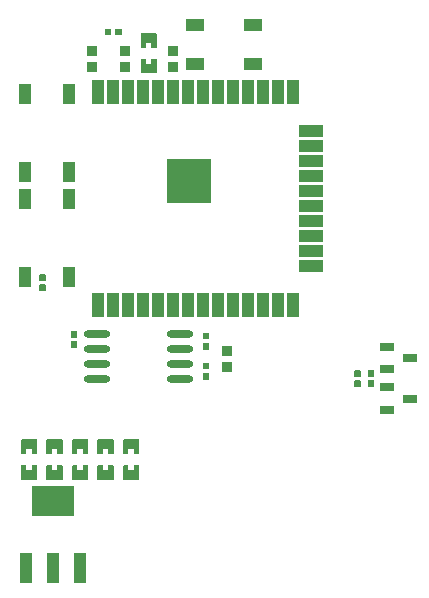
<source format=gbp>
G04 Layer: BottomPasteMaskLayer*
G04 EasyEDA v6.5.46, 2025-09-16 11:21:37*
G04 d57bd40a603b42be9e37e0d49851eb9c,10*
G04 Gerber Generator version 0.2*
G04 Scale: 100 percent, Rotated: No, Reflected: No *
G04 Dimensions in inches *
G04 leading zeros omitted , absolute positions ,3 integer and 6 decimal *
%FSLAX36Y36*%
%MOIN*%

%AMMACRO1*21,1,$1,$2,0,0,$3*%
%ADD10MACRO1,0.0669X0.0394X-90.0000*%
%ADD11MACRO1,0.0315X0.0354X-90.0000*%
%ADD12MACRO1,0.0315X0.0354X90.0000*%
%ADD13MACRO1,0.0669X0.0394X90.0000*%
%ADD14MACRO1,0.0492X0.0276X0.0000*%
%ADD15MACRO1,0.0374X0.0827X0.0000*%
%ADD16MACRO1,0.0827X0.0374X0.0000*%
%ADD17MACRO1,0.1496X0.1496X0.0000*%
%ADD18O,0.088583X0.024803000000000002*%
%ADD19MACRO1,0.059X0.0393X0.0000*%
%ADD20MACRO1,0.0591X0.0393X0.0000*%
%ADD21MACRO1,0.0386X0.0972X0.0000*%
%ADD22MACRO1,0.1417X0.0972X0.0000*%
%ADD23C,0.0144*%

%LPD*%
G36*
X334060Y-1547720D02*
G01*
X334060Y-1565440D01*
X316340Y-1565440D01*
X316340Y-1548100D01*
X299800Y-1547920D01*
X297840Y-1549880D01*
X297840Y-1595160D01*
X299800Y-1597120D01*
X350200Y-1597120D01*
X352160Y-1595160D01*
X352160Y-1549880D01*
X350200Y-1547920D01*
G37*
G36*
X299800Y-1462880D02*
G01*
X297840Y-1464840D01*
X297840Y-1510120D01*
X299800Y-1512080D01*
X315940Y-1512280D01*
X315940Y-1494560D01*
X333660Y-1494560D01*
X333660Y-1511900D01*
X350200Y-1512080D01*
X352160Y-1510120D01*
X352160Y-1464840D01*
X350200Y-1462880D01*
G37*
G36*
X419060Y-1547720D02*
G01*
X419060Y-1565440D01*
X401340Y-1565440D01*
X401340Y-1548100D01*
X384799Y-1547920D01*
X382840Y-1549880D01*
X382840Y-1595160D01*
X384799Y-1597120D01*
X435200Y-1597120D01*
X437160Y-1595160D01*
X437160Y-1549880D01*
X435200Y-1547920D01*
G37*
G36*
X384799Y-1462880D02*
G01*
X382840Y-1464840D01*
X382840Y-1510120D01*
X384799Y-1512080D01*
X400940Y-1512280D01*
X400940Y-1494560D01*
X418660Y-1494560D01*
X418660Y-1511900D01*
X435200Y-1512080D01*
X437160Y-1510120D01*
X437160Y-1464840D01*
X435200Y-1462880D01*
G37*
G36*
X164060Y-1547720D02*
G01*
X164060Y-1565440D01*
X146340Y-1565440D01*
X146340Y-1548100D01*
X129800Y-1547920D01*
X127840Y-1549880D01*
X127840Y-1595160D01*
X129800Y-1597120D01*
X180200Y-1597120D01*
X182160Y-1595160D01*
X182160Y-1549880D01*
X180200Y-1547920D01*
G37*
G36*
X129800Y-1462880D02*
G01*
X127840Y-1464840D01*
X127840Y-1510120D01*
X129800Y-1512080D01*
X145940Y-1512280D01*
X145940Y-1494560D01*
X163660Y-1494560D01*
X163660Y-1511900D01*
X180200Y-1512080D01*
X182160Y-1510120D01*
X182160Y-1464840D01*
X180200Y-1462880D01*
G37*
G36*
X249060Y-1547720D02*
G01*
X249060Y-1565440D01*
X231340Y-1565440D01*
X231340Y-1548100D01*
X214800Y-1547920D01*
X212840Y-1549880D01*
X212840Y-1595160D01*
X214800Y-1597120D01*
X265200Y-1597120D01*
X267160Y-1595160D01*
X267160Y-1549880D01*
X265200Y-1547920D01*
G37*
G36*
X214800Y-1462880D02*
G01*
X212840Y-1464840D01*
X212840Y-1510120D01*
X214800Y-1512080D01*
X230940Y-1512280D01*
X230940Y-1494560D01*
X248660Y-1494560D01*
X248660Y-1511900D01*
X265200Y-1512080D01*
X267160Y-1510120D01*
X267160Y-1464840D01*
X265200Y-1462880D01*
G37*
G36*
X79060Y-1547520D02*
G01*
X79060Y-1565240D01*
X61340Y-1565240D01*
X61340Y-1547920D01*
X44800Y-1547720D01*
X42840Y-1549680D01*
X42840Y-1594960D01*
X44800Y-1596940D01*
X95200Y-1596940D01*
X97160Y-1594960D01*
X97160Y-1549680D01*
X95200Y-1547720D01*
G37*
G36*
X44800Y-1463080D02*
G01*
X42840Y-1465040D01*
X42840Y-1510320D01*
X44800Y-1512280D01*
X61340Y-1512280D01*
X61340Y-1494760D01*
X79060Y-1494760D01*
X79060Y-1512080D01*
X95200Y-1512280D01*
X97160Y-1510320D01*
X97160Y-1465040D01*
X95200Y-1463080D01*
G37*
G36*
X444020Y-109060D02*
G01*
X442040Y-111020D01*
X442040Y-156300D01*
X444020Y-158260D01*
X460160Y-158460D01*
X460160Y-140740D01*
X477879Y-140740D01*
X477879Y-158080D01*
X494400Y-158260D01*
X496380Y-156300D01*
X496380Y-111020D01*
X494400Y-109060D01*
G37*
G36*
X444020Y-193700D02*
G01*
X442040Y-195660D01*
X442040Y-240940D01*
X444020Y-242920D01*
X494400Y-242920D01*
X496380Y-240940D01*
X496380Y-195660D01*
X494400Y-193700D01*
X477879Y-193700D01*
X477879Y-211220D01*
X460160Y-211220D01*
X460160Y-193900D01*
G37*
G36*
X1200940Y-1265320D02*
G01*
X1199360Y-1266880D01*
X1199360Y-1286600D01*
X1200940Y-1288180D01*
X1219060Y-1288180D01*
X1220640Y-1286600D01*
X1220640Y-1266880D01*
X1219060Y-1265320D01*
G37*
G36*
X1200940Y-1231820D02*
G01*
X1199360Y-1233400D01*
X1199360Y-1253120D01*
X1200940Y-1254680D01*
X1219060Y-1254680D01*
X1220640Y-1253120D01*
X1220640Y-1233400D01*
X1219060Y-1231820D01*
G37*
G36*
X1155940Y-1231820D02*
G01*
X1154360Y-1233400D01*
X1154360Y-1253120D01*
X1155940Y-1254680D01*
X1174060Y-1254680D01*
X1175640Y-1253120D01*
X1175640Y-1233400D01*
X1174060Y-1231820D01*
G37*
G36*
X1155940Y-1265320D02*
G01*
X1154360Y-1266880D01*
X1154360Y-1286600D01*
X1155940Y-1288180D01*
X1174060Y-1288180D01*
X1175640Y-1286600D01*
X1175640Y-1266880D01*
X1174060Y-1265320D01*
G37*
G36*
X323400Y-94360D02*
G01*
X321820Y-95940D01*
X321820Y-114060D01*
X323400Y-115640D01*
X343100Y-115640D01*
X344680Y-114060D01*
X344680Y-95940D01*
X343100Y-94360D01*
G37*
G36*
X356880Y-94360D02*
G01*
X355319Y-95940D01*
X355319Y-114060D01*
X356880Y-115640D01*
X376599Y-115640D01*
X378180Y-114060D01*
X378180Y-95940D01*
X376599Y-94360D01*
G37*
G36*
X105940Y-911820D02*
G01*
X104360Y-913400D01*
X104360Y-933120D01*
X105940Y-934680D01*
X124060Y-934680D01*
X125640Y-933120D01*
X125640Y-913400D01*
X124060Y-911820D01*
G37*
G36*
X105940Y-945320D02*
G01*
X104360Y-946880D01*
X104360Y-966600D01*
X105940Y-968180D01*
X124060Y-968180D01*
X125640Y-966600D01*
X125640Y-946880D01*
X124060Y-945320D01*
G37*
G36*
X650939Y-1106820D02*
G01*
X649360Y-1108400D01*
X649360Y-1128120D01*
X650939Y-1129680D01*
X669060Y-1129680D01*
X670639Y-1128120D01*
X670639Y-1108400D01*
X669060Y-1106820D01*
G37*
G36*
X650939Y-1140320D02*
G01*
X649360Y-1141880D01*
X649360Y-1161600D01*
X650939Y-1163180D01*
X669060Y-1163180D01*
X670639Y-1161600D01*
X670639Y-1141880D01*
X669060Y-1140320D01*
G37*
G36*
X210940Y-1135320D02*
G01*
X209360Y-1136880D01*
X209360Y-1156600D01*
X210940Y-1158180D01*
X229060Y-1158180D01*
X230640Y-1156600D01*
X230640Y-1136880D01*
X229060Y-1135320D01*
G37*
G36*
X210940Y-1101820D02*
G01*
X209360Y-1103400D01*
X209360Y-1123100D01*
X210940Y-1124680D01*
X229060Y-1124680D01*
X230640Y-1123100D01*
X230640Y-1103400D01*
X229060Y-1101820D01*
G37*
G36*
X650939Y-1240320D02*
G01*
X649360Y-1241880D01*
X649360Y-1261600D01*
X650939Y-1263180D01*
X669060Y-1263180D01*
X670639Y-1261600D01*
X670639Y-1241880D01*
X669060Y-1240320D01*
G37*
G36*
X650939Y-1206820D02*
G01*
X649360Y-1208400D01*
X649360Y-1228120D01*
X650939Y-1229680D01*
X669060Y-1229680D01*
X670639Y-1228120D01*
X670639Y-1208400D01*
X669060Y-1206820D01*
G37*
D10*
G01*
X57159Y-660079D03*
G01*
X57156Y-919920D03*
G01*
X202843Y-660079D03*
G01*
X202842Y-919920D03*
D11*
G01*
X280000Y-222558D03*
G01*
X280000Y-167441D03*
D12*
G01*
X390000Y-167441D03*
G01*
X390000Y-222558D03*
D13*
G01*
X202840Y-569920D03*
G01*
X202843Y-310079D03*
G01*
X57156Y-569920D03*
G01*
X57157Y-310079D03*
D12*
G01*
X550000Y-167441D03*
G01*
X550000Y-222558D03*
D11*
G01*
X730000Y-1222558D03*
G01*
X730000Y-1167441D03*
D14*
G01*
X1262229Y-1229006D03*
G01*
X1262229Y-1154207D03*
G01*
X1340969Y-1191607D03*
G01*
X1262229Y-1364006D03*
G01*
X1262229Y-1289207D03*
G01*
X1340969Y-1326607D03*
D15*
G01*
X798897Y-305670D03*
G01*
X748897Y-305670D03*
G01*
X698897Y-305670D03*
G01*
X648897Y-305670D03*
G01*
X598897Y-305670D03*
G01*
X548897Y-305670D03*
G01*
X498897Y-305670D03*
G01*
X448897Y-305670D03*
G01*
X398897Y-305670D03*
G01*
X348897Y-305670D03*
G01*
X298897Y-305670D03*
D16*
G01*
X1011102Y-485005D03*
G01*
X1011102Y-435005D03*
D15*
G01*
X948897Y-305670D03*
G01*
X898897Y-305670D03*
G01*
X848897Y-305670D03*
D16*
G01*
X1011102Y-535005D03*
G01*
X1011102Y-585005D03*
G01*
X1011102Y-635005D03*
G01*
X1011102Y-685005D03*
G01*
X1011102Y-735005D03*
G01*
X1011102Y-785005D03*
G01*
X1011102Y-835005D03*
G01*
X1011102Y-885005D03*
D15*
G01*
X948897Y-1014329D03*
G01*
X898897Y-1014329D03*
G01*
X848897Y-1014329D03*
G01*
X798897Y-1014329D03*
G01*
X748897Y-1014329D03*
G01*
X698897Y-1014329D03*
G01*
X648897Y-1014329D03*
G01*
X598897Y-1014329D03*
G01*
X548897Y-1014329D03*
G01*
X498897Y-1014329D03*
G01*
X448897Y-1014329D03*
G01*
X398897Y-1014329D03*
G01*
X348897Y-1014329D03*
G01*
X298897Y-1014329D03*
D17*
G01*
X603023Y-600557D03*
D18*
G01*
X573980Y-1110000D03*
G01*
X573980Y-1160000D03*
G01*
X573980Y-1210000D03*
G01*
X573980Y-1260000D03*
G01*
X296019Y-1110000D03*
G01*
X296019Y-1160000D03*
G01*
X296019Y-1210000D03*
G01*
X296019Y-1260000D03*
D19*
G01*
X816455Y-80040D03*
G01*
X816455Y-209963D03*
D20*
G01*
X623541Y-209963D03*
G01*
X623541Y-80040D03*
D21*
G01*
X240551Y-1891613D03*
G01*
X150000Y-1891613D03*
G01*
X59448Y-1891613D03*
D22*
G01*
X150000Y-1668386D03*
M02*

</source>
